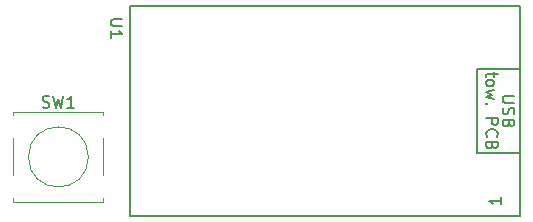
<source format=gbr>
%TF.GenerationSoftware,KiCad,Pcbnew,8.0.6*%
%TF.CreationDate,2024-11-21T10:17:36-07:00*%
%TF.ProjectId,newk-tabesque48,6e65776b-2d74-4616-9265-737175653438,rev?*%
%TF.SameCoordinates,Original*%
%TF.FileFunction,Legend,Top*%
%TF.FilePolarity,Positive*%
%FSLAX46Y46*%
G04 Gerber Fmt 4.6, Leading zero omitted, Abs format (unit mm)*
G04 Created by KiCad (PCBNEW 8.0.6) date 2024-11-21 10:17:36*
%MOMM*%
%LPD*%
G01*
G04 APERTURE LIST*
%ADD10C,0.150000*%
%ADD11C,0.120000*%
G04 APERTURE END LIST*
D10*
X209105667Y-36173200D02*
X209248524Y-36220819D01*
X209248524Y-36220819D02*
X209486619Y-36220819D01*
X209486619Y-36220819D02*
X209581857Y-36173200D01*
X209581857Y-36173200D02*
X209629476Y-36125580D01*
X209629476Y-36125580D02*
X209677095Y-36030342D01*
X209677095Y-36030342D02*
X209677095Y-35935104D01*
X209677095Y-35935104D02*
X209629476Y-35839866D01*
X209629476Y-35839866D02*
X209581857Y-35792247D01*
X209581857Y-35792247D02*
X209486619Y-35744628D01*
X209486619Y-35744628D02*
X209296143Y-35697009D01*
X209296143Y-35697009D02*
X209200905Y-35649390D01*
X209200905Y-35649390D02*
X209153286Y-35601771D01*
X209153286Y-35601771D02*
X209105667Y-35506533D01*
X209105667Y-35506533D02*
X209105667Y-35411295D01*
X209105667Y-35411295D02*
X209153286Y-35316057D01*
X209153286Y-35316057D02*
X209200905Y-35268438D01*
X209200905Y-35268438D02*
X209296143Y-35220819D01*
X209296143Y-35220819D02*
X209534238Y-35220819D01*
X209534238Y-35220819D02*
X209677095Y-35268438D01*
X210010429Y-35220819D02*
X210248524Y-36220819D01*
X210248524Y-36220819D02*
X210439000Y-35506533D01*
X210439000Y-35506533D02*
X210629476Y-36220819D01*
X210629476Y-36220819D02*
X210867572Y-35220819D01*
X211772333Y-36220819D02*
X211200905Y-36220819D01*
X211486619Y-36220819D02*
X211486619Y-35220819D01*
X211486619Y-35220819D02*
X211391381Y-35363676D01*
X211391381Y-35363676D02*
X211296143Y-35458914D01*
X211296143Y-35458914D02*
X211200905Y-35506533D01*
X215856680Y-28718845D02*
X215047157Y-28718845D01*
X215047157Y-28718845D02*
X214951919Y-28766464D01*
X214951919Y-28766464D02*
X214904300Y-28814083D01*
X214904300Y-28814083D02*
X214856680Y-28909321D01*
X214856680Y-28909321D02*
X214856680Y-29099797D01*
X214856680Y-29099797D02*
X214904300Y-29195035D01*
X214904300Y-29195035D02*
X214951919Y-29242654D01*
X214951919Y-29242654D02*
X215047157Y-29290273D01*
X215047157Y-29290273D02*
X215856680Y-29290273D01*
X214856680Y-30290273D02*
X214856680Y-29718845D01*
X214856680Y-30004559D02*
X215856680Y-30004559D01*
X215856680Y-30004559D02*
X215713823Y-29909321D01*
X215713823Y-29909321D02*
X215618585Y-29814083D01*
X215618585Y-29814083D02*
X215570966Y-29718845D01*
X247921319Y-43815035D02*
X247921319Y-44386463D01*
X247921319Y-44100749D02*
X246921319Y-44100749D01*
X246921319Y-44100749D02*
X247064176Y-44195987D01*
X247064176Y-44195987D02*
X247159414Y-44291225D01*
X247159414Y-44291225D02*
X247207033Y-44386463D01*
X249041680Y-35218845D02*
X248232157Y-35218845D01*
X248232157Y-35218845D02*
X248136919Y-35266464D01*
X248136919Y-35266464D02*
X248089300Y-35314083D01*
X248089300Y-35314083D02*
X248041680Y-35409321D01*
X248041680Y-35409321D02*
X248041680Y-35599797D01*
X248041680Y-35599797D02*
X248089300Y-35695035D01*
X248089300Y-35695035D02*
X248136919Y-35742654D01*
X248136919Y-35742654D02*
X248232157Y-35790273D01*
X248232157Y-35790273D02*
X249041680Y-35790273D01*
X248089300Y-36218845D02*
X248041680Y-36361702D01*
X248041680Y-36361702D02*
X248041680Y-36599797D01*
X248041680Y-36599797D02*
X248089300Y-36695035D01*
X248089300Y-36695035D02*
X248136919Y-36742654D01*
X248136919Y-36742654D02*
X248232157Y-36790273D01*
X248232157Y-36790273D02*
X248327395Y-36790273D01*
X248327395Y-36790273D02*
X248422633Y-36742654D01*
X248422633Y-36742654D02*
X248470252Y-36695035D01*
X248470252Y-36695035D02*
X248517871Y-36599797D01*
X248517871Y-36599797D02*
X248565490Y-36409321D01*
X248565490Y-36409321D02*
X248613109Y-36314083D01*
X248613109Y-36314083D02*
X248660728Y-36266464D01*
X248660728Y-36266464D02*
X248755966Y-36218845D01*
X248755966Y-36218845D02*
X248851204Y-36218845D01*
X248851204Y-36218845D02*
X248946442Y-36266464D01*
X248946442Y-36266464D02*
X248994061Y-36314083D01*
X248994061Y-36314083D02*
X249041680Y-36409321D01*
X249041680Y-36409321D02*
X249041680Y-36647416D01*
X249041680Y-36647416D02*
X248994061Y-36790273D01*
X248565490Y-37552178D02*
X248517871Y-37695035D01*
X248517871Y-37695035D02*
X248470252Y-37742654D01*
X248470252Y-37742654D02*
X248375014Y-37790273D01*
X248375014Y-37790273D02*
X248232157Y-37790273D01*
X248232157Y-37790273D02*
X248136919Y-37742654D01*
X248136919Y-37742654D02*
X248089300Y-37695035D01*
X248089300Y-37695035D02*
X248041680Y-37599797D01*
X248041680Y-37599797D02*
X248041680Y-37218845D01*
X248041680Y-37218845D02*
X249041680Y-37218845D01*
X249041680Y-37218845D02*
X249041680Y-37552178D01*
X249041680Y-37552178D02*
X248994061Y-37647416D01*
X248994061Y-37647416D02*
X248946442Y-37695035D01*
X248946442Y-37695035D02*
X248851204Y-37742654D01*
X248851204Y-37742654D02*
X248755966Y-37742654D01*
X248755966Y-37742654D02*
X248660728Y-37695035D01*
X248660728Y-37695035D02*
X248613109Y-37647416D01*
X248613109Y-37647416D02*
X248565490Y-37552178D01*
X248565490Y-37552178D02*
X248565490Y-37218845D01*
X247308347Y-33195036D02*
X247308347Y-33575988D01*
X247641680Y-33337893D02*
X246784538Y-33337893D01*
X246784538Y-33337893D02*
X246689300Y-33385512D01*
X246689300Y-33385512D02*
X246641680Y-33480750D01*
X246641680Y-33480750D02*
X246641680Y-33575988D01*
X246641680Y-34052179D02*
X246689300Y-33956941D01*
X246689300Y-33956941D02*
X246736919Y-33909322D01*
X246736919Y-33909322D02*
X246832157Y-33861703D01*
X246832157Y-33861703D02*
X247117871Y-33861703D01*
X247117871Y-33861703D02*
X247213109Y-33909322D01*
X247213109Y-33909322D02*
X247260728Y-33956941D01*
X247260728Y-33956941D02*
X247308347Y-34052179D01*
X247308347Y-34052179D02*
X247308347Y-34195036D01*
X247308347Y-34195036D02*
X247260728Y-34290274D01*
X247260728Y-34290274D02*
X247213109Y-34337893D01*
X247213109Y-34337893D02*
X247117871Y-34385512D01*
X247117871Y-34385512D02*
X246832157Y-34385512D01*
X246832157Y-34385512D02*
X246736919Y-34337893D01*
X246736919Y-34337893D02*
X246689300Y-34290274D01*
X246689300Y-34290274D02*
X246641680Y-34195036D01*
X246641680Y-34195036D02*
X246641680Y-34052179D01*
X247308347Y-34718846D02*
X246641680Y-34909322D01*
X246641680Y-34909322D02*
X247117871Y-35099798D01*
X247117871Y-35099798D02*
X246641680Y-35290274D01*
X246641680Y-35290274D02*
X247308347Y-35480750D01*
X246736919Y-35861703D02*
X246689300Y-35909322D01*
X246689300Y-35909322D02*
X246641680Y-35861703D01*
X246641680Y-35861703D02*
X246689300Y-35814084D01*
X246689300Y-35814084D02*
X246736919Y-35861703D01*
X246736919Y-35861703D02*
X246641680Y-35861703D01*
X246641680Y-37099798D02*
X247641680Y-37099798D01*
X247641680Y-37099798D02*
X247641680Y-37480750D01*
X247641680Y-37480750D02*
X247594061Y-37575988D01*
X247594061Y-37575988D02*
X247546442Y-37623607D01*
X247546442Y-37623607D02*
X247451204Y-37671226D01*
X247451204Y-37671226D02*
X247308347Y-37671226D01*
X247308347Y-37671226D02*
X247213109Y-37623607D01*
X247213109Y-37623607D02*
X247165490Y-37575988D01*
X247165490Y-37575988D02*
X247117871Y-37480750D01*
X247117871Y-37480750D02*
X247117871Y-37099798D01*
X246736919Y-38671226D02*
X246689300Y-38623607D01*
X246689300Y-38623607D02*
X246641680Y-38480750D01*
X246641680Y-38480750D02*
X246641680Y-38385512D01*
X246641680Y-38385512D02*
X246689300Y-38242655D01*
X246689300Y-38242655D02*
X246784538Y-38147417D01*
X246784538Y-38147417D02*
X246879776Y-38099798D01*
X246879776Y-38099798D02*
X247070252Y-38052179D01*
X247070252Y-38052179D02*
X247213109Y-38052179D01*
X247213109Y-38052179D02*
X247403585Y-38099798D01*
X247403585Y-38099798D02*
X247498823Y-38147417D01*
X247498823Y-38147417D02*
X247594061Y-38242655D01*
X247594061Y-38242655D02*
X247641680Y-38385512D01*
X247641680Y-38385512D02*
X247641680Y-38480750D01*
X247641680Y-38480750D02*
X247594061Y-38623607D01*
X247594061Y-38623607D02*
X247546442Y-38671226D01*
X247165490Y-39433131D02*
X247117871Y-39575988D01*
X247117871Y-39575988D02*
X247070252Y-39623607D01*
X247070252Y-39623607D02*
X246975014Y-39671226D01*
X246975014Y-39671226D02*
X246832157Y-39671226D01*
X246832157Y-39671226D02*
X246736919Y-39623607D01*
X246736919Y-39623607D02*
X246689300Y-39575988D01*
X246689300Y-39575988D02*
X246641680Y-39480750D01*
X246641680Y-39480750D02*
X246641680Y-39099798D01*
X246641680Y-39099798D02*
X247641680Y-39099798D01*
X247641680Y-39099798D02*
X247641680Y-39433131D01*
X247641680Y-39433131D02*
X247594061Y-39528369D01*
X247594061Y-39528369D02*
X247546442Y-39575988D01*
X247546442Y-39575988D02*
X247451204Y-39623607D01*
X247451204Y-39623607D02*
X247355966Y-39623607D01*
X247355966Y-39623607D02*
X247260728Y-39575988D01*
X247260728Y-39575988D02*
X247213109Y-39528369D01*
X247213109Y-39528369D02*
X247165490Y-39433131D01*
X247165490Y-39433131D02*
X247165490Y-39099798D01*
D11*
%TO.C,SW1*%
X206629000Y-36576000D02*
X206629000Y-36876000D01*
X206629000Y-36576000D02*
X214249000Y-36576000D01*
X206629000Y-38816000D02*
X206629000Y-41956000D01*
X206629000Y-43896000D02*
X206629000Y-44196000D01*
X214249000Y-36576000D02*
X214249000Y-36876000D01*
X214249000Y-38816000D02*
X214249000Y-41956000D01*
X214249000Y-43896000D02*
X214249000Y-44196000D01*
X214249000Y-44196000D02*
X206629000Y-44196000D01*
X212979000Y-40386000D02*
G75*
G02*
X207899000Y-40386000I-2540000J0D01*
G01*
X207899000Y-40386000D02*
G75*
G02*
X212979000Y-40386000I2540000J0D01*
G01*
D10*
%TO.C,U1*%
X245911500Y-32930750D02*
X249491500Y-32930750D01*
X245911500Y-40030750D02*
X245911500Y-32930750D01*
X245911500Y-40030750D02*
X249491500Y-40030750D01*
X249491500Y-27590750D02*
X216471500Y-27590750D01*
X216471500Y-45370750D01*
X249491500Y-45370750D01*
X249491500Y-27590750D01*
%TD*%
M02*

</source>
